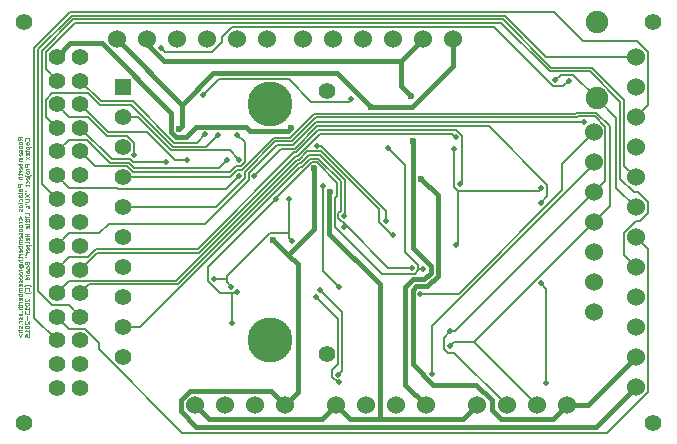
<source format=gbl>
%FSLAX46Y46*%
G04 Gerber Fmt 4.6, Leading zero omitted, Abs format (unit mm)*
G04 Created by KiCad (PCBNEW (2014-jul-16 BZR unknown)-product) date vie 22 ago 2014 20:47:43 CST*
%MOMM*%
G01*
G04 APERTURE LIST*
%ADD10C,0.150000*%
%ADD11C,0.063500*%
%ADD12R,1.397000X1.397000*%
%ADD13C,1.397000*%
%ADD14C,3.810000*%
%ADD15C,1.422400*%
%ADD16C,1.524000*%
%ADD17C,1.905000*%
%ADD18C,1.400000*%
%ADD19C,0.508000*%
%ADD20C,0.510000*%
%ADD21C,0.600000*%
%ADD22C,0.152400*%
%ADD23C,0.152600*%
%ADD24C,0.200000*%
%ADD25C,0.450000*%
G04 APERTURE END LIST*
D10*
D11*
X195453907Y-67954075D02*
X195272479Y-67827075D01*
X195453907Y-67736360D02*
X195072907Y-67736360D01*
X195072907Y-67881503D01*
X195091050Y-67917789D01*
X195109193Y-67935932D01*
X195145479Y-67954075D01*
X195199907Y-67954075D01*
X195236193Y-67935932D01*
X195254336Y-67917789D01*
X195272479Y-67881503D01*
X195272479Y-67736360D01*
X195453907Y-68171789D02*
X195435764Y-68135503D01*
X195417621Y-68117360D01*
X195381336Y-68099217D01*
X195272479Y-68099217D01*
X195236193Y-68117360D01*
X195218050Y-68135503D01*
X195199907Y-68171789D01*
X195199907Y-68226217D01*
X195218050Y-68262503D01*
X195236193Y-68280646D01*
X195272479Y-68298789D01*
X195381336Y-68298789D01*
X195417621Y-68280646D01*
X195435764Y-68262503D01*
X195453907Y-68226217D01*
X195453907Y-68171789D01*
X195453907Y-68516503D02*
X195435764Y-68480217D01*
X195417621Y-68462074D01*
X195381336Y-68443931D01*
X195272479Y-68443931D01*
X195236193Y-68462074D01*
X195218050Y-68480217D01*
X195199907Y-68516503D01*
X195199907Y-68570931D01*
X195218050Y-68607217D01*
X195236193Y-68625360D01*
X195272479Y-68643503D01*
X195381336Y-68643503D01*
X195417621Y-68625360D01*
X195435764Y-68607217D01*
X195453907Y-68570931D01*
X195453907Y-68516503D01*
X195435764Y-68788645D02*
X195453907Y-68824931D01*
X195453907Y-68897503D01*
X195435764Y-68933788D01*
X195399479Y-68951931D01*
X195381336Y-68951931D01*
X195345050Y-68933788D01*
X195326907Y-68897503D01*
X195326907Y-68843074D01*
X195308764Y-68806788D01*
X195272479Y-68788645D01*
X195254336Y-68788645D01*
X195218050Y-68806788D01*
X195199907Y-68843074D01*
X195199907Y-68897503D01*
X195218050Y-68933788D01*
X195435764Y-69260360D02*
X195453907Y-69224074D01*
X195453907Y-69151503D01*
X195435764Y-69115217D01*
X195399479Y-69097074D01*
X195254336Y-69097074D01*
X195218050Y-69115217D01*
X195199907Y-69151503D01*
X195199907Y-69224074D01*
X195218050Y-69260360D01*
X195254336Y-69278503D01*
X195290621Y-69278503D01*
X195326907Y-69097074D01*
X195453907Y-69441788D02*
X195199907Y-69441788D01*
X195236193Y-69441788D02*
X195218050Y-69459931D01*
X195199907Y-69496217D01*
X195199907Y-69550645D01*
X195218050Y-69586931D01*
X195254336Y-69605074D01*
X195453907Y-69605074D01*
X195254336Y-69605074D02*
X195218050Y-69623217D01*
X195199907Y-69659503D01*
X195199907Y-69713931D01*
X195218050Y-69750217D01*
X195254336Y-69768360D01*
X195453907Y-69768360D01*
X195453907Y-69949788D02*
X195072907Y-69949788D01*
X195218050Y-69949788D02*
X195199907Y-69986074D01*
X195199907Y-70058645D01*
X195218050Y-70094931D01*
X195236193Y-70113074D01*
X195272479Y-70131217D01*
X195381336Y-70131217D01*
X195417621Y-70113074D01*
X195435764Y-70094931D01*
X195453907Y-70058645D01*
X195453907Y-69986074D01*
X195435764Y-69949788D01*
X195435764Y-70439645D02*
X195453907Y-70403359D01*
X195453907Y-70330788D01*
X195435764Y-70294502D01*
X195399479Y-70276359D01*
X195254336Y-70276359D01*
X195218050Y-70294502D01*
X195199907Y-70330788D01*
X195199907Y-70403359D01*
X195218050Y-70439645D01*
X195254336Y-70457788D01*
X195290621Y-70457788D01*
X195326907Y-70276359D01*
X195453907Y-70621073D02*
X195199907Y-70621073D01*
X195272479Y-70621073D02*
X195236193Y-70639216D01*
X195218050Y-70657359D01*
X195199907Y-70693645D01*
X195199907Y-70729930D01*
X195199907Y-70802502D02*
X195199907Y-70947645D01*
X195072907Y-70856930D02*
X195399479Y-70856930D01*
X195435764Y-70875073D01*
X195453907Y-70911359D01*
X195453907Y-70947645D01*
X195453907Y-71074644D02*
X195072907Y-71074644D01*
X195453907Y-71237930D02*
X195254336Y-71237930D01*
X195218050Y-71219787D01*
X195199907Y-71183501D01*
X195199907Y-71129073D01*
X195218050Y-71092787D01*
X195236193Y-71074644D01*
X195453907Y-71709644D02*
X195072907Y-71709644D01*
X195072907Y-71854787D01*
X195091050Y-71891073D01*
X195109193Y-71909216D01*
X195145479Y-71927359D01*
X195199907Y-71927359D01*
X195236193Y-71909216D01*
X195254336Y-71891073D01*
X195272479Y-71854787D01*
X195272479Y-71709644D01*
X195453907Y-72253930D02*
X195254336Y-72253930D01*
X195218050Y-72235787D01*
X195199907Y-72199501D01*
X195199907Y-72126930D01*
X195218050Y-72090644D01*
X195435764Y-72253930D02*
X195453907Y-72217644D01*
X195453907Y-72126930D01*
X195435764Y-72090644D01*
X195399479Y-72072501D01*
X195363193Y-72072501D01*
X195326907Y-72090644D01*
X195308764Y-72126930D01*
X195308764Y-72217644D01*
X195290621Y-72253930D01*
X195453907Y-72489787D02*
X195435764Y-72453501D01*
X195399479Y-72435358D01*
X195072907Y-72435358D01*
X195453907Y-72798215D02*
X195254336Y-72798215D01*
X195218050Y-72780072D01*
X195199907Y-72743786D01*
X195199907Y-72671215D01*
X195218050Y-72634929D01*
X195435764Y-72798215D02*
X195453907Y-72761929D01*
X195453907Y-72671215D01*
X195435764Y-72634929D01*
X195399479Y-72616786D01*
X195363193Y-72616786D01*
X195326907Y-72634929D01*
X195308764Y-72671215D01*
X195308764Y-72761929D01*
X195290621Y-72798215D01*
X195435764Y-73142929D02*
X195453907Y-73106643D01*
X195453907Y-73034072D01*
X195435764Y-72997786D01*
X195417621Y-72979643D01*
X195381336Y-72961500D01*
X195272479Y-72961500D01*
X195236193Y-72979643D01*
X195218050Y-72997786D01*
X195199907Y-73034072D01*
X195199907Y-73106643D01*
X195218050Y-73142929D01*
X195453907Y-73306214D02*
X195199907Y-73306214D01*
X195072907Y-73306214D02*
X195091050Y-73288071D01*
X195109193Y-73306214D01*
X195091050Y-73324357D01*
X195072907Y-73306214D01*
X195109193Y-73306214D01*
X195453907Y-73542072D02*
X195435764Y-73505786D01*
X195417621Y-73487643D01*
X195381336Y-73469500D01*
X195272479Y-73469500D01*
X195236193Y-73487643D01*
X195218050Y-73505786D01*
X195199907Y-73542072D01*
X195199907Y-73596500D01*
X195218050Y-73632786D01*
X195236193Y-73650929D01*
X195272479Y-73669072D01*
X195381336Y-73669072D01*
X195417621Y-73650929D01*
X195435764Y-73632786D01*
X195453907Y-73596500D01*
X195453907Y-73542072D01*
X195435764Y-73814214D02*
X195453907Y-73850500D01*
X195453907Y-73923072D01*
X195435764Y-73959357D01*
X195399479Y-73977500D01*
X195381336Y-73977500D01*
X195345050Y-73959357D01*
X195326907Y-73923072D01*
X195326907Y-73868643D01*
X195308764Y-73832357D01*
X195272479Y-73814214D01*
X195254336Y-73814214D01*
X195218050Y-73832357D01*
X195199907Y-73868643D01*
X195199907Y-73923072D01*
X195218050Y-73959357D01*
X195199907Y-74721358D02*
X195308764Y-74431072D01*
X195417621Y-74721358D01*
X195453907Y-74902786D02*
X195199907Y-74902786D01*
X195272479Y-74902786D02*
X195236193Y-74920929D01*
X195218050Y-74939072D01*
X195199907Y-74975358D01*
X195199907Y-75011643D01*
X195453907Y-75193072D02*
X195435764Y-75156786D01*
X195417621Y-75138643D01*
X195381336Y-75120500D01*
X195272479Y-75120500D01*
X195236193Y-75138643D01*
X195218050Y-75156786D01*
X195199907Y-75193072D01*
X195199907Y-75247500D01*
X195218050Y-75283786D01*
X195236193Y-75301929D01*
X195272479Y-75320072D01*
X195381336Y-75320072D01*
X195417621Y-75301929D01*
X195435764Y-75283786D01*
X195453907Y-75247500D01*
X195453907Y-75193072D01*
X195453907Y-75537786D02*
X195435764Y-75501500D01*
X195417621Y-75483357D01*
X195381336Y-75465214D01*
X195272479Y-75465214D01*
X195236193Y-75483357D01*
X195218050Y-75501500D01*
X195199907Y-75537786D01*
X195199907Y-75592214D01*
X195218050Y-75628500D01*
X195236193Y-75646643D01*
X195272479Y-75664786D01*
X195381336Y-75664786D01*
X195417621Y-75646643D01*
X195435764Y-75628500D01*
X195453907Y-75592214D01*
X195453907Y-75537786D01*
X195435764Y-75809928D02*
X195453907Y-75846214D01*
X195453907Y-75918786D01*
X195435764Y-75955071D01*
X195399479Y-75973214D01*
X195381336Y-75973214D01*
X195345050Y-75955071D01*
X195326907Y-75918786D01*
X195326907Y-75864357D01*
X195308764Y-75828071D01*
X195272479Y-75809928D01*
X195254336Y-75809928D01*
X195218050Y-75828071D01*
X195199907Y-75864357D01*
X195199907Y-75918786D01*
X195218050Y-75955071D01*
X195435764Y-76281643D02*
X195453907Y-76245357D01*
X195453907Y-76172786D01*
X195435764Y-76136500D01*
X195399479Y-76118357D01*
X195254336Y-76118357D01*
X195218050Y-76136500D01*
X195199907Y-76172786D01*
X195199907Y-76245357D01*
X195218050Y-76281643D01*
X195254336Y-76299786D01*
X195290621Y-76299786D01*
X195326907Y-76118357D01*
X195453907Y-76463071D02*
X195199907Y-76463071D01*
X195236193Y-76463071D02*
X195218050Y-76481214D01*
X195199907Y-76517500D01*
X195199907Y-76571928D01*
X195218050Y-76608214D01*
X195254336Y-76626357D01*
X195453907Y-76626357D01*
X195254336Y-76626357D02*
X195218050Y-76644500D01*
X195199907Y-76680786D01*
X195199907Y-76735214D01*
X195218050Y-76771500D01*
X195254336Y-76789643D01*
X195453907Y-76789643D01*
X195453907Y-76971071D02*
X195072907Y-76971071D01*
X195218050Y-76971071D02*
X195199907Y-77007357D01*
X195199907Y-77079928D01*
X195218050Y-77116214D01*
X195236193Y-77134357D01*
X195272479Y-77152500D01*
X195381336Y-77152500D01*
X195417621Y-77134357D01*
X195435764Y-77116214D01*
X195453907Y-77079928D01*
X195453907Y-77007357D01*
X195435764Y-76971071D01*
X195435764Y-77460928D02*
X195453907Y-77424642D01*
X195453907Y-77352071D01*
X195435764Y-77315785D01*
X195399479Y-77297642D01*
X195254336Y-77297642D01*
X195218050Y-77315785D01*
X195199907Y-77352071D01*
X195199907Y-77424642D01*
X195218050Y-77460928D01*
X195254336Y-77479071D01*
X195290621Y-77479071D01*
X195326907Y-77297642D01*
X195453907Y-77642356D02*
X195199907Y-77642356D01*
X195272479Y-77642356D02*
X195236193Y-77660499D01*
X195218050Y-77678642D01*
X195199907Y-77714928D01*
X195199907Y-77751213D01*
X195199907Y-77823785D02*
X195199907Y-77968928D01*
X195072907Y-77878213D02*
X195399479Y-77878213D01*
X195435764Y-77896356D01*
X195453907Y-77932642D01*
X195453907Y-77968928D01*
X195453907Y-78095927D02*
X195072907Y-78095927D01*
X195453907Y-78259213D02*
X195254336Y-78259213D01*
X195218050Y-78241070D01*
X195199907Y-78204784D01*
X195199907Y-78150356D01*
X195218050Y-78114070D01*
X195236193Y-78095927D01*
X195272479Y-78676498D02*
X195254336Y-78658356D01*
X195236193Y-78622070D01*
X195236193Y-78585784D01*
X195254336Y-78549498D01*
X195272479Y-78531356D01*
X195308764Y-78513213D01*
X195345050Y-78513213D01*
X195381336Y-78531356D01*
X195399479Y-78549498D01*
X195417621Y-78585784D01*
X195417621Y-78622070D01*
X195399479Y-78658356D01*
X195381336Y-78676498D01*
X195236193Y-78676498D02*
X195381336Y-78676498D01*
X195399479Y-78694641D01*
X195399479Y-78712784D01*
X195381336Y-78749070D01*
X195345050Y-78767213D01*
X195254336Y-78767213D01*
X195199907Y-78730927D01*
X195163621Y-78676498D01*
X195145479Y-78603927D01*
X195163621Y-78531356D01*
X195199907Y-78476927D01*
X195254336Y-78440641D01*
X195326907Y-78422498D01*
X195399479Y-78440641D01*
X195453907Y-78476927D01*
X195490193Y-78531356D01*
X195508336Y-78603927D01*
X195490193Y-78676498D01*
X195453907Y-78730927D01*
X195453907Y-78930498D02*
X195199907Y-78930498D01*
X195272479Y-78930498D02*
X195236193Y-78948641D01*
X195218050Y-78966784D01*
X195199907Y-79003070D01*
X195199907Y-79039355D01*
X195453907Y-79220784D02*
X195435764Y-79184498D01*
X195417621Y-79166355D01*
X195381336Y-79148212D01*
X195272479Y-79148212D01*
X195236193Y-79166355D01*
X195218050Y-79184498D01*
X195199907Y-79220784D01*
X195199907Y-79275212D01*
X195218050Y-79311498D01*
X195236193Y-79329641D01*
X195272479Y-79347784D01*
X195381336Y-79347784D01*
X195417621Y-79329641D01*
X195435764Y-79311498D01*
X195453907Y-79275212D01*
X195453907Y-79220784D01*
X195453907Y-79565498D02*
X195435764Y-79529212D01*
X195417621Y-79511069D01*
X195381336Y-79492926D01*
X195272479Y-79492926D01*
X195236193Y-79511069D01*
X195218050Y-79529212D01*
X195199907Y-79565498D01*
X195199907Y-79619926D01*
X195218050Y-79656212D01*
X195236193Y-79674355D01*
X195272479Y-79692498D01*
X195381336Y-79692498D01*
X195417621Y-79674355D01*
X195435764Y-79656212D01*
X195453907Y-79619926D01*
X195453907Y-79565498D01*
X195435764Y-79837640D02*
X195453907Y-79873926D01*
X195453907Y-79946498D01*
X195435764Y-79982783D01*
X195399479Y-80000926D01*
X195381336Y-80000926D01*
X195345050Y-79982783D01*
X195326907Y-79946498D01*
X195326907Y-79892069D01*
X195308764Y-79855783D01*
X195272479Y-79837640D01*
X195254336Y-79837640D01*
X195218050Y-79855783D01*
X195199907Y-79892069D01*
X195199907Y-79946498D01*
X195218050Y-79982783D01*
X195435764Y-80309355D02*
X195453907Y-80273069D01*
X195453907Y-80200498D01*
X195435764Y-80164212D01*
X195399479Y-80146069D01*
X195254336Y-80146069D01*
X195218050Y-80164212D01*
X195199907Y-80200498D01*
X195199907Y-80273069D01*
X195218050Y-80309355D01*
X195254336Y-80327498D01*
X195290621Y-80327498D01*
X195326907Y-80146069D01*
X195453907Y-80490783D02*
X195199907Y-80490783D01*
X195236193Y-80490783D02*
X195218050Y-80508926D01*
X195199907Y-80545212D01*
X195199907Y-80599640D01*
X195218050Y-80635926D01*
X195254336Y-80654069D01*
X195453907Y-80654069D01*
X195254336Y-80654069D02*
X195218050Y-80672212D01*
X195199907Y-80708498D01*
X195199907Y-80762926D01*
X195218050Y-80799212D01*
X195254336Y-80817355D01*
X195453907Y-80817355D01*
X195453907Y-80998783D02*
X195072907Y-80998783D01*
X195218050Y-80998783D02*
X195199907Y-81035069D01*
X195199907Y-81107640D01*
X195218050Y-81143926D01*
X195236193Y-81162069D01*
X195272479Y-81180212D01*
X195381336Y-81180212D01*
X195417621Y-81162069D01*
X195435764Y-81143926D01*
X195453907Y-81107640D01*
X195453907Y-81035069D01*
X195435764Y-80998783D01*
X195435764Y-81488640D02*
X195453907Y-81452354D01*
X195453907Y-81379783D01*
X195435764Y-81343497D01*
X195399479Y-81325354D01*
X195254336Y-81325354D01*
X195218050Y-81343497D01*
X195199907Y-81379783D01*
X195199907Y-81452354D01*
X195218050Y-81488640D01*
X195254336Y-81506783D01*
X195290621Y-81506783D01*
X195326907Y-81325354D01*
X195453907Y-81670068D02*
X195199907Y-81670068D01*
X195272479Y-81670068D02*
X195236193Y-81688211D01*
X195218050Y-81706354D01*
X195199907Y-81742640D01*
X195199907Y-81778925D01*
X195199907Y-81851497D02*
X195199907Y-81996640D01*
X195072907Y-81905925D02*
X195399479Y-81905925D01*
X195435764Y-81924068D01*
X195453907Y-81960354D01*
X195453907Y-81996640D01*
X195453907Y-82123639D02*
X195072907Y-82123639D01*
X195453907Y-82286925D02*
X195254336Y-82286925D01*
X195218050Y-82268782D01*
X195199907Y-82232496D01*
X195199907Y-82178068D01*
X195218050Y-82141782D01*
X195236193Y-82123639D01*
X195417621Y-82468353D02*
X195435764Y-82486496D01*
X195453907Y-82468353D01*
X195435764Y-82450210D01*
X195417621Y-82468353D01*
X195453907Y-82468353D01*
X195199907Y-82813068D02*
X195453907Y-82813068D01*
X195199907Y-82649782D02*
X195399479Y-82649782D01*
X195435764Y-82667925D01*
X195453907Y-82704211D01*
X195453907Y-82758639D01*
X195435764Y-82794925D01*
X195417621Y-82813068D01*
X195435764Y-82976353D02*
X195453907Y-83012639D01*
X195453907Y-83085211D01*
X195435764Y-83121496D01*
X195399479Y-83139639D01*
X195381336Y-83139639D01*
X195345050Y-83121496D01*
X195326907Y-83085211D01*
X195326907Y-83030782D01*
X195308764Y-82994496D01*
X195272479Y-82976353D01*
X195254336Y-82976353D01*
X195218050Y-82994496D01*
X195199907Y-83030782D01*
X195199907Y-83085211D01*
X195218050Y-83121496D01*
X195453907Y-83302925D02*
X195199907Y-83302925D01*
X195272479Y-83302925D02*
X195236193Y-83321068D01*
X195218050Y-83339211D01*
X195199907Y-83375497D01*
X195199907Y-83411782D01*
X195417621Y-83538782D02*
X195435764Y-83556925D01*
X195453907Y-83538782D01*
X195435764Y-83520639D01*
X195417621Y-83538782D01*
X195453907Y-83538782D01*
X195435764Y-83702068D02*
X195453907Y-83738354D01*
X195453907Y-83810926D01*
X195435764Y-83847211D01*
X195399479Y-83865354D01*
X195381336Y-83865354D01*
X195345050Y-83847211D01*
X195326907Y-83810926D01*
X195326907Y-83756497D01*
X195308764Y-83720211D01*
X195272479Y-83702068D01*
X195254336Y-83702068D01*
X195218050Y-83720211D01*
X195199907Y-83756497D01*
X195199907Y-83810926D01*
X195218050Y-83847211D01*
X195453907Y-84028640D02*
X195072907Y-84028640D01*
X195453907Y-84191926D02*
X195254336Y-84191926D01*
X195218050Y-84173783D01*
X195199907Y-84137497D01*
X195199907Y-84083069D01*
X195218050Y-84046783D01*
X195236193Y-84028640D01*
X195199907Y-84373354D02*
X195308764Y-84663640D01*
X195417621Y-84373354D01*
X196014521Y-68008502D02*
X196032664Y-67990359D01*
X196050807Y-67935930D01*
X196050807Y-67899644D01*
X196032664Y-67845216D01*
X195996379Y-67808930D01*
X195960093Y-67790787D01*
X195887521Y-67772644D01*
X195833093Y-67772644D01*
X195760521Y-67790787D01*
X195724236Y-67808930D01*
X195687950Y-67845216D01*
X195669807Y-67899644D01*
X195669807Y-67935930D01*
X195687950Y-67990359D01*
X195706093Y-68008502D01*
X196050807Y-68226216D02*
X196032664Y-68189930D01*
X196014521Y-68171787D01*
X195978236Y-68153644D01*
X195869379Y-68153644D01*
X195833093Y-68171787D01*
X195814950Y-68189930D01*
X195796807Y-68226216D01*
X195796807Y-68280644D01*
X195814950Y-68316930D01*
X195833093Y-68335073D01*
X195869379Y-68353216D01*
X195978236Y-68353216D01*
X196014521Y-68335073D01*
X196032664Y-68316930D01*
X196050807Y-68280644D01*
X196050807Y-68226216D01*
X195796807Y-68516501D02*
X196177807Y-68516501D01*
X195814950Y-68516501D02*
X195796807Y-68552787D01*
X195796807Y-68625358D01*
X195814950Y-68661644D01*
X195833093Y-68679787D01*
X195869379Y-68697930D01*
X195978236Y-68697930D01*
X196014521Y-68679787D01*
X196032664Y-68661644D01*
X196050807Y-68625358D01*
X196050807Y-68552787D01*
X196032664Y-68516501D01*
X195796807Y-68806787D02*
X195796807Y-68951930D01*
X195669807Y-68861215D02*
X195996379Y-68861215D01*
X196032664Y-68879358D01*
X196050807Y-68915644D01*
X196050807Y-68951930D01*
X196032664Y-69224072D02*
X196050807Y-69187786D01*
X196050807Y-69115215D01*
X196032664Y-69078929D01*
X195996379Y-69060786D01*
X195851236Y-69060786D01*
X195814950Y-69078929D01*
X195796807Y-69115215D01*
X195796807Y-69187786D01*
X195814950Y-69224072D01*
X195851236Y-69242215D01*
X195887521Y-69242215D01*
X195923807Y-69060786D01*
X196050807Y-69369215D02*
X195796807Y-69568786D01*
X195796807Y-69369215D02*
X196050807Y-69568786D01*
X196050807Y-70004215D02*
X195669807Y-70004215D01*
X195669807Y-70149358D01*
X195687950Y-70185644D01*
X195706093Y-70203787D01*
X195742379Y-70221930D01*
X195796807Y-70221930D01*
X195833093Y-70203787D01*
X195851236Y-70185644D01*
X195869379Y-70149358D01*
X195869379Y-70004215D01*
X196050807Y-70385215D02*
X195796807Y-70385215D01*
X195869379Y-70385215D02*
X195833093Y-70403358D01*
X195814950Y-70421501D01*
X195796807Y-70457787D01*
X195796807Y-70494072D01*
X196050807Y-70675501D02*
X196032664Y-70639215D01*
X196014521Y-70621072D01*
X195978236Y-70602929D01*
X195869379Y-70602929D01*
X195833093Y-70621072D01*
X195814950Y-70639215D01*
X195796807Y-70675501D01*
X195796807Y-70729929D01*
X195814950Y-70766215D01*
X195833093Y-70784358D01*
X195869379Y-70802501D01*
X195978236Y-70802501D01*
X196014521Y-70784358D01*
X196032664Y-70766215D01*
X196050807Y-70729929D01*
X196050807Y-70675501D01*
X195796807Y-70965786D02*
X196123379Y-70965786D01*
X196159664Y-70947643D01*
X196177807Y-70911358D01*
X196177807Y-70893215D01*
X195669807Y-70965786D02*
X195687950Y-70947643D01*
X195706093Y-70965786D01*
X195687950Y-70983929D01*
X195669807Y-70965786D01*
X195706093Y-70965786D01*
X196032664Y-71292358D02*
X196050807Y-71256072D01*
X196050807Y-71183501D01*
X196032664Y-71147215D01*
X195996379Y-71129072D01*
X195851236Y-71129072D01*
X195814950Y-71147215D01*
X195796807Y-71183501D01*
X195796807Y-71256072D01*
X195814950Y-71292358D01*
X195851236Y-71310501D01*
X195887521Y-71310501D01*
X195923807Y-71129072D01*
X196032664Y-71637072D02*
X196050807Y-71600786D01*
X196050807Y-71528215D01*
X196032664Y-71491929D01*
X196014521Y-71473786D01*
X195978236Y-71455643D01*
X195869379Y-71455643D01*
X195833093Y-71473786D01*
X195814950Y-71491929D01*
X195796807Y-71528215D01*
X195796807Y-71600786D01*
X195814950Y-71637072D01*
X195796807Y-71745929D02*
X195796807Y-71891072D01*
X195669807Y-71800357D02*
X195996379Y-71800357D01*
X196032664Y-71818500D01*
X196050807Y-71854786D01*
X196050807Y-71891072D01*
X195669807Y-72290214D02*
X195742379Y-72290214D01*
X195669807Y-72435357D02*
X195742379Y-72435357D01*
X195669807Y-72562358D02*
X196050807Y-72816358D01*
X195669807Y-72816358D02*
X196050807Y-72562358D01*
X195669807Y-72961500D02*
X195978236Y-72961500D01*
X196014521Y-72979643D01*
X196032664Y-72997786D01*
X196050807Y-73034072D01*
X196050807Y-73106643D01*
X196032664Y-73142929D01*
X196014521Y-73161072D01*
X195978236Y-73179215D01*
X195669807Y-73179215D01*
X195669807Y-73378786D02*
X195742379Y-73342500D01*
X196032664Y-73523929D02*
X196050807Y-73560215D01*
X196050807Y-73632787D01*
X196032664Y-73669072D01*
X195996379Y-73687215D01*
X195978236Y-73687215D01*
X195941950Y-73669072D01*
X195923807Y-73632787D01*
X195923807Y-73578358D01*
X195905664Y-73542072D01*
X195869379Y-73523929D01*
X195851236Y-73523929D01*
X195814950Y-73542072D01*
X195796807Y-73578358D01*
X195796807Y-73632787D01*
X195814950Y-73669072D01*
X196050807Y-74322216D02*
X196050807Y-74140787D01*
X195669807Y-74140787D01*
X196050807Y-74449216D02*
X195796807Y-74449216D01*
X195669807Y-74449216D02*
X195687950Y-74431073D01*
X195706093Y-74449216D01*
X195687950Y-74467359D01*
X195669807Y-74449216D01*
X195706093Y-74449216D01*
X195796807Y-74576217D02*
X195796807Y-74721360D01*
X195669807Y-74630645D02*
X195996379Y-74630645D01*
X196032664Y-74648788D01*
X196050807Y-74685074D01*
X196050807Y-74721360D01*
X195796807Y-74793931D02*
X195796807Y-74939074D01*
X195669807Y-74848359D02*
X195996379Y-74848359D01*
X196032664Y-74866502D01*
X196050807Y-74902788D01*
X196050807Y-74939074D01*
X196050807Y-75120502D02*
X196032664Y-75084216D01*
X195996379Y-75066073D01*
X195669807Y-75066073D01*
X196032664Y-75410787D02*
X196050807Y-75374501D01*
X196050807Y-75301930D01*
X196032664Y-75265644D01*
X195996379Y-75247501D01*
X195851236Y-75247501D01*
X195814950Y-75265644D01*
X195796807Y-75301930D01*
X195796807Y-75374501D01*
X195814950Y-75410787D01*
X195851236Y-75428930D01*
X195887521Y-75428930D01*
X195923807Y-75247501D01*
X196050807Y-75882501D02*
X195669807Y-75882501D01*
X195851236Y-75882501D02*
X195851236Y-76100216D01*
X196050807Y-76100216D02*
X195669807Y-76100216D01*
X196032664Y-76426787D02*
X196050807Y-76390501D01*
X196050807Y-76317930D01*
X196032664Y-76281644D01*
X195996379Y-76263501D01*
X195851236Y-76263501D01*
X195814950Y-76281644D01*
X195796807Y-76317930D01*
X195796807Y-76390501D01*
X195814950Y-76426787D01*
X195851236Y-76444930D01*
X195887521Y-76444930D01*
X195923807Y-76263501D01*
X196050807Y-76662644D02*
X196032664Y-76626358D01*
X195996379Y-76608215D01*
X195669807Y-76608215D01*
X195796807Y-76807786D02*
X196177807Y-76807786D01*
X195814950Y-76807786D02*
X195796807Y-76844072D01*
X195796807Y-76916643D01*
X195814950Y-76952929D01*
X195833093Y-76971072D01*
X195869379Y-76989215D01*
X195978236Y-76989215D01*
X196014521Y-76971072D01*
X196032664Y-76952929D01*
X196050807Y-76916643D01*
X196050807Y-76844072D01*
X196032664Y-76807786D01*
X196032664Y-77297643D02*
X196050807Y-77261357D01*
X196050807Y-77188786D01*
X196032664Y-77152500D01*
X195996379Y-77134357D01*
X195851236Y-77134357D01*
X195814950Y-77152500D01*
X195796807Y-77188786D01*
X195796807Y-77261357D01*
X195814950Y-77297643D01*
X195851236Y-77315786D01*
X195887521Y-77315786D01*
X195923807Y-77134357D01*
X196050807Y-77479071D02*
X195796807Y-77479071D01*
X195869379Y-77479071D02*
X195833093Y-77497214D01*
X195814950Y-77515357D01*
X195796807Y-77551643D01*
X195796807Y-77587928D01*
X195669807Y-77696785D02*
X195742379Y-77696785D01*
X195669807Y-77841928D02*
X195742379Y-77841928D01*
X195851236Y-78422500D02*
X195869379Y-78476929D01*
X195887521Y-78495072D01*
X195923807Y-78513215D01*
X195978236Y-78513215D01*
X196014521Y-78495072D01*
X196032664Y-78476929D01*
X196050807Y-78440643D01*
X196050807Y-78295500D01*
X195669807Y-78295500D01*
X195669807Y-78422500D01*
X195687950Y-78458786D01*
X195706093Y-78476929D01*
X195742379Y-78495072D01*
X195778664Y-78495072D01*
X195814950Y-78476929D01*
X195833093Y-78458786D01*
X195851236Y-78422500D01*
X195851236Y-78295500D01*
X196050807Y-78730929D02*
X196032664Y-78694643D01*
X196014521Y-78676500D01*
X195978236Y-78658357D01*
X195869379Y-78658357D01*
X195833093Y-78676500D01*
X195814950Y-78694643D01*
X195796807Y-78730929D01*
X195796807Y-78785357D01*
X195814950Y-78821643D01*
X195833093Y-78839786D01*
X195869379Y-78857929D01*
X195978236Y-78857929D01*
X196014521Y-78839786D01*
X196032664Y-78821643D01*
X196050807Y-78785357D01*
X196050807Y-78730929D01*
X196050807Y-79184500D02*
X195851236Y-79184500D01*
X195814950Y-79166357D01*
X195796807Y-79130071D01*
X195796807Y-79057500D01*
X195814950Y-79021214D01*
X196032664Y-79184500D02*
X196050807Y-79148214D01*
X196050807Y-79057500D01*
X196032664Y-79021214D01*
X195996379Y-79003071D01*
X195960093Y-79003071D01*
X195923807Y-79021214D01*
X195905664Y-79057500D01*
X195905664Y-79148214D01*
X195887521Y-79184500D01*
X196050807Y-79365928D02*
X195796807Y-79365928D01*
X195869379Y-79365928D02*
X195833093Y-79384071D01*
X195814950Y-79402214D01*
X195796807Y-79438500D01*
X195796807Y-79474785D01*
X196050807Y-79765071D02*
X195669807Y-79765071D01*
X196032664Y-79765071D02*
X196050807Y-79728785D01*
X196050807Y-79656214D01*
X196032664Y-79619928D01*
X196014521Y-79601785D01*
X195978236Y-79583642D01*
X195869379Y-79583642D01*
X195833093Y-79601785D01*
X195814950Y-79619928D01*
X195796807Y-79656214D01*
X195796807Y-79728785D01*
X195814950Y-79765071D01*
X196195950Y-80345642D02*
X196177807Y-80327500D01*
X196123379Y-80291214D01*
X196087093Y-80273071D01*
X196032664Y-80254928D01*
X195941950Y-80236785D01*
X195869379Y-80236785D01*
X195778664Y-80254928D01*
X195724236Y-80273071D01*
X195687950Y-80291214D01*
X195633521Y-80327500D01*
X195615379Y-80345642D01*
X196014521Y-80708500D02*
X196032664Y-80690357D01*
X196050807Y-80635928D01*
X196050807Y-80599642D01*
X196032664Y-80545214D01*
X195996379Y-80508928D01*
X195960093Y-80490785D01*
X195887521Y-80472642D01*
X195833093Y-80472642D01*
X195760521Y-80490785D01*
X195724236Y-80508928D01*
X195687950Y-80545214D01*
X195669807Y-80599642D01*
X195669807Y-80635928D01*
X195687950Y-80690357D01*
X195706093Y-80708500D01*
X196195950Y-80835500D02*
X196177807Y-80853642D01*
X196123379Y-80889928D01*
X196087093Y-80908071D01*
X196032664Y-80926214D01*
X195941950Y-80944357D01*
X195869379Y-80944357D01*
X195778664Y-80926214D01*
X195724236Y-80908071D01*
X195687950Y-80889928D01*
X195633521Y-80853642D01*
X195615379Y-80835500D01*
X195706093Y-81397928D02*
X195687950Y-81416071D01*
X195669807Y-81452357D01*
X195669807Y-81543071D01*
X195687950Y-81579357D01*
X195706093Y-81597500D01*
X195742379Y-81615643D01*
X195778664Y-81615643D01*
X195833093Y-81597500D01*
X196050807Y-81379786D01*
X196050807Y-81615643D01*
X195669807Y-81851500D02*
X195669807Y-81887785D01*
X195687950Y-81924071D01*
X195706093Y-81942214D01*
X195742379Y-81960357D01*
X195814950Y-81978500D01*
X195905664Y-81978500D01*
X195978236Y-81960357D01*
X196014521Y-81942214D01*
X196032664Y-81924071D01*
X196050807Y-81887785D01*
X196050807Y-81851500D01*
X196032664Y-81815214D01*
X196014521Y-81797071D01*
X195978236Y-81778928D01*
X195905664Y-81760785D01*
X195814950Y-81760785D01*
X195742379Y-81778928D01*
X195706093Y-81797071D01*
X195687950Y-81815214D01*
X195669807Y-81851500D01*
X196050807Y-82341357D02*
X196050807Y-82123642D01*
X196050807Y-82232500D02*
X195669807Y-82232500D01*
X195724236Y-82196214D01*
X195760521Y-82159928D01*
X195778664Y-82123642D01*
X195669807Y-82468357D02*
X195669807Y-82704214D01*
X195814950Y-82577214D01*
X195814950Y-82631642D01*
X195833093Y-82667928D01*
X195851236Y-82686071D01*
X195887521Y-82704214D01*
X195978236Y-82704214D01*
X196014521Y-82686071D01*
X196032664Y-82667928D01*
X196050807Y-82631642D01*
X196050807Y-82522785D01*
X196032664Y-82486499D01*
X196014521Y-82468357D01*
X195905664Y-82867499D02*
X195905664Y-83157785D01*
X195706093Y-83321070D02*
X195687950Y-83339213D01*
X195669807Y-83375499D01*
X195669807Y-83466213D01*
X195687950Y-83502499D01*
X195706093Y-83520642D01*
X195742379Y-83538785D01*
X195778664Y-83538785D01*
X195833093Y-83520642D01*
X196050807Y-83302928D01*
X196050807Y-83538785D01*
X195669807Y-83774642D02*
X195669807Y-83810927D01*
X195687950Y-83847213D01*
X195706093Y-83865356D01*
X195742379Y-83883499D01*
X195814950Y-83901642D01*
X195905664Y-83901642D01*
X195978236Y-83883499D01*
X196014521Y-83865356D01*
X196032664Y-83847213D01*
X196050807Y-83810927D01*
X196050807Y-83774642D01*
X196032664Y-83738356D01*
X196014521Y-83720213D01*
X195978236Y-83702070D01*
X195905664Y-83683927D01*
X195814950Y-83683927D01*
X195742379Y-83702070D01*
X195706093Y-83720213D01*
X195687950Y-83738356D01*
X195669807Y-83774642D01*
X196050807Y-84264499D02*
X196050807Y-84046784D01*
X196050807Y-84155642D02*
X195669807Y-84155642D01*
X195724236Y-84119356D01*
X195760521Y-84083070D01*
X195778664Y-84046784D01*
X195669807Y-84609213D02*
X195669807Y-84427784D01*
X195851236Y-84409641D01*
X195833093Y-84427784D01*
X195814950Y-84464070D01*
X195814950Y-84554784D01*
X195833093Y-84591070D01*
X195851236Y-84609213D01*
X195887521Y-84627356D01*
X195978236Y-84627356D01*
X196014521Y-84609213D01*
X196032664Y-84591070D01*
X196050807Y-84554784D01*
X196050807Y-84464070D01*
X196032664Y-84427784D01*
X196014521Y-84409641D01*
D12*
X203956920Y-63500000D03*
D13*
X203956920Y-66040000D03*
X203956920Y-68580000D03*
X203956920Y-71120000D03*
X203956920Y-73660000D03*
X203956920Y-76200000D03*
X203956920Y-78740000D03*
X203956920Y-81280000D03*
X203956920Y-83820000D03*
X203956920Y-86360000D03*
D14*
X216461340Y-64930020D03*
X216461340Y-84929980D03*
D15*
X198391780Y-60932060D03*
X200388220Y-60932060D03*
X198391780Y-62931040D03*
X200388220Y-62931040D03*
X198391780Y-64930020D03*
X200388220Y-64930020D03*
X198391780Y-66931540D03*
X200388220Y-66931540D03*
X198391780Y-68930520D03*
X200388220Y-68930520D03*
X198391780Y-70932040D03*
X200388220Y-70932040D03*
X198391780Y-72931020D03*
X200388220Y-72931020D03*
X198391780Y-74930000D03*
X200388220Y-74930000D03*
X198391780Y-76928980D03*
X200388220Y-76928980D03*
X198391780Y-78927960D03*
X200388220Y-78927960D03*
X198391780Y-80929480D03*
X200388220Y-80929480D03*
X198391780Y-82928460D03*
X200388220Y-82928460D03*
X198391780Y-84929980D03*
X200388220Y-84929980D03*
X198391780Y-86928960D03*
X200388220Y-86928960D03*
X198391780Y-88927940D03*
X200388220Y-88927940D03*
D16*
X203454000Y-59436000D03*
X205994000Y-59436000D03*
X208534000Y-59436000D03*
X211074000Y-59436000D03*
X213614000Y-59436000D03*
X216154000Y-59436000D03*
X231902000Y-59436000D03*
X229362000Y-59436000D03*
X226822000Y-59436000D03*
X224282000Y-59436000D03*
X221742000Y-59436000D03*
X219202000Y-59436000D03*
X229616000Y-90424000D03*
X227076000Y-90424000D03*
X224536000Y-90424000D03*
X221996000Y-90424000D03*
X210058000Y-90424000D03*
X212598000Y-90424000D03*
X215138000Y-90424000D03*
X217678000Y-90424000D03*
X241554000Y-90424000D03*
X239014000Y-90424000D03*
X236474000Y-90424000D03*
X233934000Y-90424000D03*
D17*
X244094000Y-57965340D03*
X244094000Y-64411860D03*
D16*
X243840000Y-67310000D03*
X243840000Y-69850000D03*
X243840000Y-72390000D03*
X243840000Y-74930000D03*
X243840000Y-77470000D03*
X243840000Y-80010000D03*
X243840000Y-82550000D03*
X247396000Y-88900000D03*
X247396000Y-86360000D03*
X247396000Y-83820000D03*
X247396000Y-81280000D03*
X247396000Y-78740000D03*
X247396000Y-76200000D03*
X247396000Y-73660000D03*
X247396000Y-71120000D03*
X247396000Y-68580000D03*
X247396000Y-66040000D03*
X247396000Y-63500000D03*
X247396000Y-60960000D03*
D18*
X221259000Y-86080600D03*
X195644000Y-57975500D03*
X195644000Y-91884500D03*
X248856000Y-91884500D03*
X248856000Y-57975500D03*
X221259000Y-63779400D03*
D19*
X213199600Y-83464900D03*
X226453600Y-68671200D03*
X229400400Y-78907900D03*
X216974300Y-72950700D03*
X213664400Y-80852700D03*
X226245700Y-74787100D03*
X220459300Y-68437500D03*
X210747500Y-64136600D03*
X223289500Y-64526900D03*
X239423600Y-72029700D03*
X211721500Y-79711500D03*
X232031000Y-68701800D03*
X232200900Y-76886700D03*
X218050000Y-72977500D03*
X218309000Y-76481300D03*
X213174100Y-80408400D03*
D20*
X226832800Y-75987300D03*
X232523600Y-71717500D03*
X232153500Y-67734700D03*
X231701600Y-85421800D03*
X231703000Y-84149000D03*
X240605800Y-62900900D03*
X222711400Y-74357900D03*
X213807000Y-69616400D03*
X210952800Y-67487300D03*
X204918100Y-69189800D03*
X209448700Y-69613300D03*
X212027700Y-67524600D03*
X207615800Y-69831700D03*
X212838900Y-69619200D03*
X213661500Y-67511000D03*
X213842600Y-70989200D03*
X239350700Y-73301900D03*
X215116000Y-70971900D03*
X228493200Y-78795700D03*
X222694800Y-75325700D03*
X229153500Y-80969000D03*
X241717800Y-62927600D03*
X207226000Y-60175700D03*
X222284700Y-80439800D03*
X220919200Y-71819100D03*
X230193100Y-87732300D03*
D21*
X216662500Y-76386200D03*
X218227900Y-66939200D03*
X220184300Y-70365300D03*
X228382800Y-64236200D03*
X221552100Y-72331300D03*
X208771900Y-67013000D03*
X229263200Y-71273900D03*
X224965700Y-65187200D03*
X228522300Y-68022900D03*
D20*
X220666500Y-80638900D03*
X222224500Y-87820100D03*
X220348200Y-81267700D03*
X222254300Y-88482900D03*
X242998800Y-66472200D03*
X239838300Y-88569700D03*
X239391400Y-80092600D03*
D22*
X228992400Y-78907900D02*
X228992400Y-78549300D01*
X228992400Y-78549300D02*
X227851400Y-77408300D01*
X227851400Y-77408300D02*
X227851400Y-70069000D01*
X227851400Y-70069000D02*
X226453600Y-68671200D01*
X213199600Y-80901500D02*
X213615600Y-80901500D01*
X213615600Y-80901500D02*
X213664400Y-80852700D01*
X216974300Y-72950700D02*
X211228800Y-78696200D01*
X211228800Y-78696200D02*
X211228800Y-79908300D01*
X211228800Y-79908300D02*
X212222000Y-80901500D01*
X212222000Y-80901500D02*
X213199600Y-80901500D01*
X213199600Y-80901500D02*
X213199600Y-83464900D01*
X216974300Y-72950700D02*
X216974300Y-72827300D01*
X216974300Y-72827300D02*
X219965200Y-69836400D01*
X219965200Y-69836400D02*
X220403500Y-69836400D01*
X220403500Y-69836400D02*
X222131100Y-71564000D01*
X222131100Y-71564000D02*
X222131100Y-72665600D01*
X222131100Y-72665600D02*
X221922200Y-72874500D01*
X221922200Y-72874500D02*
X221922200Y-75292900D01*
X221922200Y-75292900D02*
X225908900Y-79279600D01*
X225908900Y-79279600D02*
X228709100Y-79279600D01*
X228709100Y-79279600D02*
X228992400Y-78996300D01*
X228992400Y-78996300D02*
X228992400Y-78907900D01*
X228992400Y-78907900D02*
X229400400Y-78907900D01*
X210747500Y-64136600D02*
X212112100Y-62772000D01*
X212112100Y-62772000D02*
X218014400Y-62772000D01*
X218014400Y-62772000D02*
X219950900Y-64708500D01*
X219950900Y-64708500D02*
X223107900Y-64708500D01*
X223107900Y-64708500D02*
X223289500Y-64526900D01*
X220459300Y-68437500D02*
X220731600Y-68437500D01*
X220731600Y-68437500D02*
X226245700Y-73951600D01*
X226245700Y-73951600D02*
X226245700Y-74787100D01*
X232353100Y-72280700D02*
X232353100Y-76734500D01*
X232353100Y-76734500D02*
X232200900Y-76886700D01*
X232353100Y-72280700D02*
X239172600Y-72280700D01*
X239172600Y-72280700D02*
X239423600Y-72029700D01*
X232031000Y-68701800D02*
X232031000Y-71958600D01*
X232031000Y-71958600D02*
X232353100Y-72280700D01*
X218050000Y-75857300D02*
X218050000Y-76222300D01*
X218050000Y-76222300D02*
X218309000Y-76481300D01*
X218050000Y-75857300D02*
X218050000Y-72977500D01*
X218050000Y-75857300D02*
X216408000Y-75857300D01*
X216408000Y-75857300D02*
X212777700Y-79487600D01*
X212777700Y-79487600D02*
X212777700Y-79711500D01*
X212777700Y-79711500D02*
X212777700Y-80012000D01*
X212777700Y-80012000D02*
X213174100Y-80408400D01*
X211721500Y-79711500D02*
X212777700Y-79711500D01*
D23*
X198391800Y-80929500D02*
X199453000Y-79868300D01*
X199453000Y-79868300D02*
X208487400Y-79868300D01*
X208487400Y-79868300D02*
X218744600Y-69611100D01*
X218744600Y-69611100D02*
X218895200Y-69611100D01*
X218895200Y-69611100D02*
X219585700Y-68920600D01*
X219585700Y-68920600D02*
X220783000Y-68920600D01*
X220783000Y-68920600D02*
X225645200Y-73782800D01*
X225645200Y-73782800D02*
X225645200Y-74874100D01*
X225645200Y-74874100D02*
X226758400Y-75987300D01*
X226758400Y-75987300D02*
X226832800Y-75987300D01*
X198391800Y-78928000D02*
X199450500Y-77869300D01*
X199450500Y-77869300D02*
X201015000Y-77869300D01*
X201015000Y-77869300D02*
X201719700Y-77164600D01*
X201719700Y-77164600D02*
X210327500Y-77164600D01*
X210327500Y-77164600D02*
X218491600Y-69000500D01*
X218491600Y-69000500D02*
X218642200Y-69000500D01*
X218642200Y-69000500D02*
X220524900Y-67117800D01*
X220524900Y-67117800D02*
X232221200Y-67117800D01*
X232221200Y-67117800D02*
X232680500Y-67577100D01*
X232680500Y-67577100D02*
X232680500Y-71560600D01*
X232680500Y-71560600D02*
X232523600Y-71717500D01*
X200388200Y-78928000D02*
X201783100Y-77533100D01*
X201783100Y-77533100D02*
X210390800Y-77533100D01*
X210390800Y-77533100D02*
X218618100Y-69305800D01*
X218618100Y-69305800D02*
X218768700Y-69305800D01*
X218768700Y-69305800D02*
X220651300Y-67423200D01*
X220651300Y-67423200D02*
X231842000Y-67423200D01*
X231842000Y-67423200D02*
X232153500Y-67734700D01*
X233680000Y-85090000D02*
X232033400Y-85090000D01*
X232033400Y-85090000D02*
X231701600Y-85421800D01*
X243840000Y-74930000D02*
X245192900Y-73577100D01*
X245192900Y-73577100D02*
X245192900Y-66787900D01*
X245192900Y-66787900D02*
X244060800Y-65655800D01*
X244060800Y-65655800D02*
X242373500Y-65655800D01*
X242373500Y-65655800D02*
X242296500Y-65732800D01*
X242296500Y-65732800D02*
X220182700Y-65732800D01*
X220182700Y-65732800D02*
X218136200Y-67779300D01*
X218136200Y-67779300D02*
X216760500Y-67779300D01*
X216760500Y-67779300D02*
X214034600Y-70505200D01*
X214034600Y-70505200D02*
X213642200Y-70505200D01*
X213642200Y-70505200D02*
X213027400Y-71120000D01*
X213027400Y-71120000D02*
X203956900Y-71120000D01*
X233680000Y-85090000D02*
X239014000Y-90424000D01*
X243840000Y-74930000D02*
X233680000Y-85090000D01*
X236474000Y-90424000D02*
X232029800Y-85979800D01*
X232029800Y-85979800D02*
X231489000Y-85979800D01*
X231489000Y-85979800D02*
X231158000Y-85648800D01*
X231158000Y-85648800D02*
X231158000Y-84694000D01*
X231158000Y-84694000D02*
X231703000Y-84149000D01*
X243840000Y-72390000D02*
X232081000Y-84149000D01*
X232081000Y-84149000D02*
X231703000Y-84149000D01*
X243840000Y-72390000D02*
X244834400Y-71395600D01*
X244834400Y-71395600D02*
X244834400Y-66861100D01*
X244834400Y-66861100D02*
X243934400Y-65961100D01*
X243934400Y-65961100D02*
X242500000Y-65961100D01*
X242500000Y-65961100D02*
X242423000Y-66038100D01*
X242423000Y-66038100D02*
X220309200Y-66038100D01*
X220309200Y-66038100D02*
X218262700Y-68084600D01*
X218262700Y-68084600D02*
X216887000Y-68084600D01*
X216887000Y-68084600D02*
X214326700Y-70644900D01*
X214326700Y-70644900D02*
X214326700Y-71195400D01*
X214326700Y-71195400D02*
X211862100Y-73660000D01*
X211862100Y-73660000D02*
X203956900Y-73660000D01*
X247396000Y-73660000D02*
X245775000Y-72039000D01*
X245775000Y-72039000D02*
X245775000Y-66092900D01*
X245775000Y-66092900D02*
X244094000Y-64411900D01*
X244094000Y-64411900D02*
X242125700Y-62443600D01*
X242125700Y-62443600D02*
X241063100Y-62443600D01*
X241063100Y-62443600D02*
X240605800Y-62900900D01*
X200388200Y-80929500D02*
X201144000Y-80173700D01*
X201144000Y-80173700D02*
X208613800Y-80173700D01*
X208613800Y-80173700D02*
X218871100Y-69916400D01*
X218871100Y-69916400D02*
X219021800Y-69916400D01*
X219021800Y-69916400D02*
X219712300Y-69225900D01*
X219712300Y-69225900D02*
X220656500Y-69225900D01*
X220656500Y-69225900D02*
X222766700Y-71336100D01*
X222766700Y-71336100D02*
X222766700Y-74302600D01*
X222766700Y-74302600D02*
X222711400Y-74357900D01*
D24*
X203956900Y-66040000D02*
X205284000Y-66040000D01*
X205284000Y-66040000D02*
X208083600Y-68839600D01*
X208083600Y-68839600D02*
X213030200Y-68839600D01*
X213030200Y-68839600D02*
X213807000Y-69616400D01*
D23*
X200388200Y-62931000D02*
X202131800Y-64674600D01*
X202131800Y-64674600D02*
X202131800Y-64674700D01*
X202131800Y-64674700D02*
X204815800Y-64674700D01*
X204815800Y-64674700D02*
X208346400Y-68205300D01*
X208346400Y-68205300D02*
X210234800Y-68205300D01*
X210234800Y-68205300D02*
X210952800Y-67487300D01*
X198391800Y-64930000D02*
X199453000Y-65991200D01*
X199453000Y-65991200D02*
X201017500Y-65991200D01*
X201017500Y-65991200D02*
X202640900Y-67614600D01*
X202640900Y-67614600D02*
X204320500Y-67614600D01*
X204320500Y-67614600D02*
X204918100Y-68212200D01*
X204918100Y-68212200D02*
X204918100Y-69189800D01*
X200388200Y-64930000D02*
X202704600Y-67246400D01*
X202704600Y-67246400D02*
X206025100Y-67246400D01*
X206025100Y-67246400D02*
X208392000Y-69613300D01*
X208392000Y-69613300D02*
X209448700Y-69613300D01*
X198391800Y-66931500D02*
X197451500Y-65991200D01*
X197451500Y-65991200D02*
X197451500Y-64538700D01*
X197451500Y-64538700D02*
X198000500Y-63989700D01*
X198000500Y-63989700D02*
X201015000Y-63989700D01*
X201015000Y-63989700D02*
X202005400Y-64980100D01*
X202005400Y-64980100D02*
X204689400Y-64980100D01*
X204689400Y-64980100D02*
X208219900Y-68510600D01*
X208219900Y-68510600D02*
X211041700Y-68510600D01*
X211041700Y-68510600D02*
X212027700Y-67524600D01*
X200388200Y-66931500D02*
X203038400Y-69581700D01*
X203038400Y-69581700D02*
X204603900Y-69581700D01*
X204603900Y-69581700D02*
X204853900Y-69831700D01*
X204853900Y-69831700D02*
X207615800Y-69831700D01*
X198391800Y-68930500D02*
X199384500Y-67937800D01*
X199384500Y-67937800D02*
X200962600Y-67937800D01*
X200962600Y-67937800D02*
X202911800Y-69887000D01*
X202911800Y-69887000D02*
X204477400Y-69887000D01*
X204477400Y-69887000D02*
X204927800Y-70337400D01*
X204927800Y-70337400D02*
X212120700Y-70337400D01*
X212120700Y-70337400D02*
X212838900Y-69619200D01*
X213661500Y-67511000D02*
X214313000Y-68162500D01*
X214313000Y-68162500D02*
X214313000Y-69795000D01*
X214313000Y-69795000D02*
X213978900Y-70129100D01*
X213978900Y-70129100D02*
X213586400Y-70129100D01*
X213586400Y-70129100D02*
X213072800Y-70642700D01*
X213072800Y-70642700D02*
X204801300Y-70642700D01*
X204801300Y-70642700D02*
X204350900Y-70192300D01*
X204350900Y-70192300D02*
X201650000Y-70192300D01*
X201650000Y-70192300D02*
X200388200Y-68930500D01*
X198391800Y-70932000D02*
X199450500Y-71990700D01*
X199450500Y-71990700D02*
X203515800Y-71990700D01*
X203515800Y-71990700D02*
X203606400Y-72081300D01*
X203606400Y-72081300D02*
X212750500Y-72081300D01*
X212750500Y-72081300D02*
X213842600Y-70989200D01*
X215116000Y-70971900D02*
X217392700Y-68695200D01*
X217392700Y-68695200D02*
X218515700Y-68695200D01*
X218515700Y-68695200D02*
X220398400Y-66812500D01*
X220398400Y-66812500D02*
X234965300Y-66812500D01*
X234965300Y-66812500D02*
X239931800Y-71779000D01*
X239931800Y-71779000D02*
X239931800Y-72720800D01*
X239931800Y-72720800D02*
X239350700Y-73301900D01*
X222844800Y-75175700D02*
X226464800Y-78795700D01*
X226464800Y-78795700D02*
X228493200Y-78795700D01*
X203956900Y-83820000D02*
X205399200Y-83820000D01*
X205399200Y-83820000D02*
X218992100Y-70227100D01*
X218992100Y-70227100D02*
X219142800Y-70227100D01*
X219142800Y-70227100D02*
X219838700Y-69531200D01*
X219838700Y-69531200D02*
X220530000Y-69531200D01*
X220530000Y-69531200D02*
X222436300Y-71437500D01*
X222436300Y-71437500D02*
X222436300Y-73948500D01*
X222436300Y-73948500D02*
X222227400Y-74157400D01*
X222227400Y-74157400D02*
X222227400Y-74558300D01*
X222227400Y-74558300D02*
X222844800Y-75175700D01*
X222844800Y-75175700D02*
X222694800Y-75325700D01*
D24*
X207226000Y-60175700D02*
X207560900Y-60510600D01*
X207560900Y-60510600D02*
X211485500Y-60510600D01*
X211485500Y-60510600D02*
X212344100Y-59652000D01*
X212344100Y-59652000D02*
X212344100Y-59267300D01*
X212344100Y-59267300D02*
X213198800Y-58412600D01*
X213198800Y-58412600D02*
X235399500Y-58412600D01*
X235399500Y-58412600D02*
X240395500Y-63408600D01*
X240395500Y-63408600D02*
X241236800Y-63408600D01*
X241236800Y-63408600D02*
X241717800Y-62927600D01*
X229153500Y-80969000D02*
X232401700Y-80969000D01*
X232401700Y-80969000D02*
X241162700Y-72208000D01*
X241162700Y-72208000D02*
X241162700Y-69987300D01*
X241162700Y-69987300D02*
X243840000Y-67310000D01*
X220919200Y-71819100D02*
X220919200Y-79074300D01*
X220919200Y-79074300D02*
X222284700Y-80439800D01*
X230193100Y-87732300D02*
X230193100Y-83676400D01*
X230193100Y-83676400D02*
X243840000Y-70029500D01*
X243840000Y-70029500D02*
X243840000Y-69850000D01*
D25*
X217981500Y-77702300D02*
X220184300Y-75499500D01*
X220184300Y-75499500D02*
X220184300Y-70365300D01*
X216662500Y-76386200D02*
X217978600Y-77702300D01*
X217978600Y-77702300D02*
X217981500Y-77702300D01*
X217678000Y-90424000D02*
X218773500Y-89328500D01*
X218773500Y-89328500D02*
X218773500Y-78494300D01*
X218773500Y-78494300D02*
X217981500Y-77702300D01*
X198391800Y-60932100D02*
X199536600Y-59787300D01*
X199536600Y-59787300D02*
X202178200Y-59787300D01*
X202178200Y-59787300D02*
X208094200Y-65703300D01*
X208094200Y-65703300D02*
X208094200Y-67311000D01*
X208094200Y-67311000D02*
X208479500Y-67696300D01*
X208479500Y-67696300D02*
X209367000Y-67696300D01*
X209367000Y-67696300D02*
X210208700Y-66854600D01*
X210208700Y-66854600D02*
X214402800Y-66854600D01*
X214402800Y-66854600D02*
X214767200Y-67219000D01*
X214767200Y-67219000D02*
X217948100Y-67219000D01*
X217948100Y-67219000D02*
X218227900Y-66939200D01*
X217678000Y-90424000D02*
X216489700Y-89235700D01*
X216489700Y-89235700D02*
X209634300Y-89235700D01*
X209634300Y-89235700D02*
X208905400Y-89964600D01*
X208905400Y-89964600D02*
X208905400Y-90913300D01*
X208905400Y-90913300D02*
X210211500Y-92219400D01*
X210211500Y-92219400D02*
X244076600Y-92219400D01*
X244076600Y-92219400D02*
X247396000Y-88900000D01*
X225715700Y-91616600D02*
X223188600Y-91616600D01*
X223188600Y-91616600D02*
X221996000Y-90424000D01*
X233934000Y-90424000D02*
X232741400Y-91616600D01*
X232741400Y-91616600D02*
X225715700Y-91616600D01*
X221552100Y-72331300D02*
X221468300Y-72415100D01*
X221468300Y-72415100D02*
X221468300Y-75875900D01*
X221468300Y-75875900D02*
X225715700Y-80123300D01*
X225715700Y-80123300D02*
X225715700Y-91616600D01*
X205994000Y-59436000D02*
X205994000Y-59838500D01*
X205994000Y-59838500D02*
X207424700Y-61269200D01*
X207424700Y-61269200D02*
X227528800Y-61269200D01*
X227528800Y-61269200D02*
X227528800Y-63382200D01*
X227528800Y-63382200D02*
X228382800Y-64236200D01*
X229362000Y-59436000D02*
X227528800Y-61269200D01*
X221996000Y-90424000D02*
X220814400Y-91605600D01*
X220814400Y-91605600D02*
X211239600Y-91605600D01*
X211239600Y-91605600D02*
X210058000Y-90424000D01*
X241554000Y-90424000D02*
X240413200Y-91564800D01*
X240413200Y-91564800D02*
X235980300Y-91564800D01*
X235980300Y-91564800D02*
X235204000Y-90788500D01*
X235204000Y-90788500D02*
X235204000Y-90013000D01*
X235204000Y-90013000D02*
X233892600Y-88701600D01*
X233892600Y-88701600D02*
X230267600Y-88701600D01*
X230267600Y-88701600D02*
X228512100Y-86946100D01*
X228512100Y-86946100D02*
X228512100Y-80622000D01*
X228512100Y-80622000D02*
X228797900Y-80336200D01*
X228797900Y-80336200D02*
X229733300Y-80336200D01*
X229733300Y-80336200D02*
X230634800Y-79434700D01*
X230634800Y-79434700D02*
X230634800Y-72645500D01*
X230634800Y-72645500D02*
X229263200Y-71273900D01*
X224965700Y-65168300D02*
X224965700Y-65187200D01*
X208987300Y-64969300D02*
X211638600Y-62318000D01*
X211638600Y-62318000D02*
X222115400Y-62318000D01*
X222115400Y-62318000D02*
X224965700Y-65168300D01*
X231902000Y-59436000D02*
X231902000Y-61686300D01*
X231902000Y-61686300D02*
X228420000Y-65168300D01*
X228420000Y-65168300D02*
X224965700Y-65168300D01*
X208987300Y-64969300D02*
X208987300Y-66797600D01*
X208987300Y-66797600D02*
X208771900Y-67013000D01*
X203454000Y-59436000D02*
X208987300Y-64969300D01*
X241554000Y-90424000D02*
X243332000Y-90424000D01*
X243332000Y-90424000D02*
X247396000Y-86360000D01*
X229616000Y-90424000D02*
X227905400Y-88713400D01*
X227905400Y-88713400D02*
X227905400Y-80376200D01*
X227905400Y-80376200D02*
X228548100Y-79733500D01*
X228548100Y-79733500D02*
X229483600Y-79733500D01*
X229483600Y-79733500D02*
X230032100Y-79185000D01*
X230032100Y-79185000D02*
X230032100Y-78646200D01*
X230032100Y-78646200D02*
X228522300Y-77136400D01*
X228522300Y-77136400D02*
X228522300Y-68022900D01*
D23*
X222224500Y-87820100D02*
X222514800Y-87529800D01*
X222514800Y-87529800D02*
X222514800Y-82487200D01*
X222514800Y-82487200D02*
X220666500Y-80638900D01*
X222254300Y-88482900D02*
X222202800Y-88482900D01*
X222202800Y-88482900D02*
X221702800Y-87982900D01*
X221702800Y-87982900D02*
X221702800Y-87411800D01*
X221702800Y-87411800D02*
X222204200Y-86910400D01*
X222204200Y-86910400D02*
X222204200Y-83123700D01*
X222204200Y-83123700D02*
X220348200Y-81267700D01*
X247396000Y-78740000D02*
X246383200Y-77727200D01*
X246383200Y-77727200D02*
X246383200Y-75791800D01*
X246383200Y-75791800D02*
X247399700Y-74775300D01*
X247399700Y-74775300D02*
X247768500Y-74775300D01*
X247768500Y-74775300D02*
X248424000Y-74119800D01*
X248424000Y-74119800D02*
X248424000Y-73236200D01*
X248424000Y-73236200D02*
X247577800Y-72390000D01*
X247577800Y-72390000D02*
X247244500Y-72390000D01*
X247244500Y-72390000D02*
X246099500Y-71245000D01*
X246099500Y-71245000D02*
X246099500Y-64700400D01*
X246099500Y-64700400D02*
X243537400Y-62138300D01*
X243537400Y-62138300D02*
X240115400Y-62138300D01*
X240115400Y-62138300D02*
X236032600Y-58055500D01*
X236032600Y-58055500D02*
X199901100Y-58055500D01*
X199901100Y-58055500D02*
X197431800Y-60524800D01*
X197431800Y-60524800D02*
X197431800Y-61971000D01*
X197431800Y-61971000D02*
X198391800Y-62931000D01*
X247396000Y-76200000D02*
X248400300Y-77204300D01*
X248400300Y-77204300D02*
X248400300Y-89325600D01*
X248400300Y-89325600D02*
X245001000Y-92724900D01*
X245001000Y-92724900D02*
X208982300Y-92724900D01*
X208982300Y-92724900D02*
X201948400Y-85691000D01*
X201948400Y-85691000D02*
X201948400Y-85159200D01*
X201948400Y-85159200D02*
X200778900Y-83989700D01*
X200778900Y-83989700D02*
X199453000Y-83989700D01*
X199453000Y-83989700D02*
X198391800Y-82928500D01*
X247396000Y-71120000D02*
X246404900Y-70128900D01*
X246404900Y-70128900D02*
X246404900Y-64573900D01*
X246404900Y-64573900D02*
X243664000Y-61833000D01*
X243664000Y-61833000D02*
X240256200Y-61833000D01*
X240256200Y-61833000D02*
X236173400Y-57750200D01*
X236173400Y-57750200D02*
X199774600Y-57750200D01*
X199774600Y-57750200D02*
X197104300Y-60420500D01*
X197104300Y-60420500D02*
X197104300Y-71643500D01*
X197104300Y-71643500D02*
X198391800Y-72931000D01*
X198391800Y-76929000D02*
X199450500Y-75870300D01*
X199450500Y-75870300D02*
X201968500Y-75870300D01*
X201968500Y-75870300D02*
X202800800Y-75038000D01*
X202800800Y-75038000D02*
X210915900Y-75038000D01*
X210915900Y-75038000D02*
X214632000Y-71321900D01*
X214632000Y-71321900D02*
X214632000Y-70771400D01*
X214632000Y-70771400D02*
X217013500Y-68389900D01*
X217013500Y-68389900D02*
X218389200Y-68389900D01*
X218389200Y-68389900D02*
X220306900Y-66472200D01*
X220306900Y-66472200D02*
X242998800Y-66472200D01*
X247396000Y-66040000D02*
X248424000Y-65012000D01*
X248424000Y-65012000D02*
X248424000Y-60538100D01*
X248424000Y-60538100D02*
X247485300Y-59599400D01*
X247485300Y-59599400D02*
X242912400Y-59599400D01*
X242912400Y-59599400D02*
X240448100Y-57135100D01*
X240448100Y-57135100D02*
X199526000Y-57135100D01*
X199526000Y-57135100D02*
X196488500Y-60172600D01*
X196488500Y-60172600D02*
X196488500Y-83026700D01*
X196488500Y-83026700D02*
X198391800Y-84930000D01*
X200388200Y-82928500D02*
X199388700Y-81929000D01*
X199388700Y-81929000D02*
X198012600Y-81929000D01*
X198012600Y-81929000D02*
X196799000Y-80715400D01*
X196799000Y-80715400D02*
X196799000Y-60294000D01*
X196799000Y-60294000D02*
X199648100Y-57444900D01*
X199648100Y-57444900D02*
X236326000Y-57444900D01*
X236326000Y-57444900D02*
X239841100Y-60960000D01*
X239841100Y-60960000D02*
X247396000Y-60960000D01*
X239838300Y-88569700D02*
X239838300Y-80539500D01*
X239838300Y-80539500D02*
X239391400Y-80092600D01*
M02*

</source>
